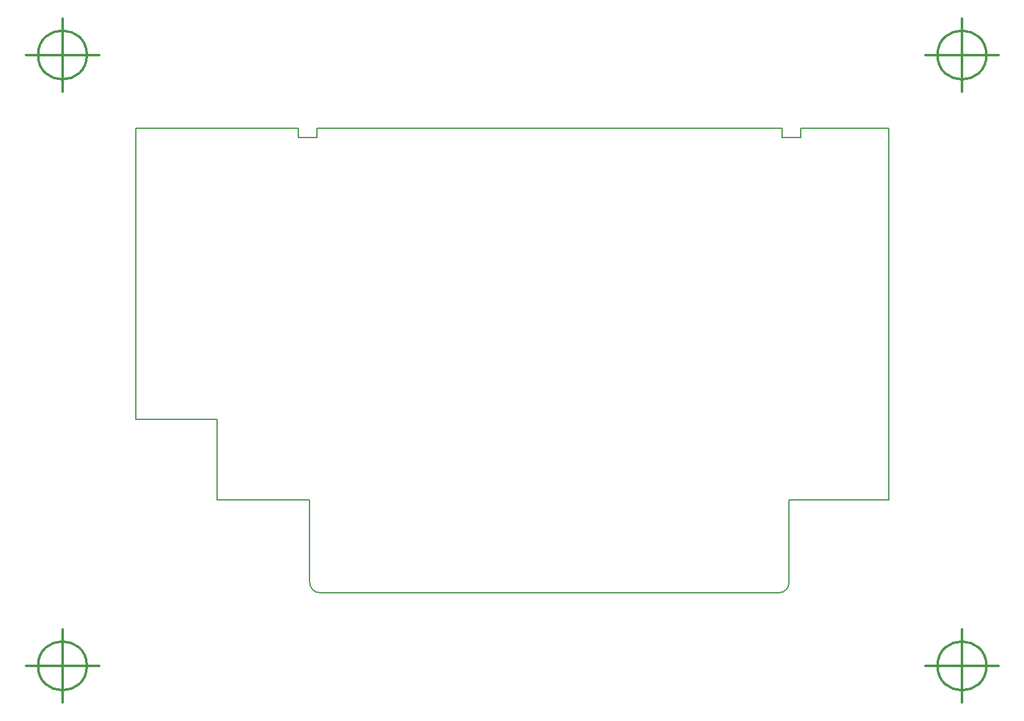
<source format=gbr>
G04 (created by PCBNEW (2013-09-28 BZR 4356)-product) date 12/11/2013 13:19:40*
%MOIN*%
G04 Gerber Fmt 3.4, Leading zero omitted, Abs format*
%FSLAX34Y34*%
G01*
G70*
G90*
G04 APERTURE LIST*
%ADD10C,0.005906*%
%ADD11C,0.014961*%
G04 APERTURE END LIST*
G54D10*
G54D11*
X45721Y-28936D02*
G75*
G03X45721Y-28936I-1312J0D01*
G74*
G01*
X42440Y-28936D02*
X46377Y-28936D01*
X44409Y-26967D02*
X44409Y-30904D01*
X45721Y3937D02*
G75*
G03X45721Y3937I-1312J0D01*
G74*
G01*
X42440Y3937D02*
X46377Y3937D01*
X44409Y5905D02*
X44409Y1968D01*
X-2623Y3939D02*
G75*
G03X-2623Y3939I-1312J0D01*
G74*
G01*
X-5904Y3939D02*
X-1967Y3939D01*
X-3935Y5907D02*
X-3935Y1970D01*
X-2624Y-28935D02*
G75*
G03X-2624Y-28935I-1312J0D01*
G74*
G01*
X-5905Y-28935D02*
X-1968Y-28935D01*
X-3936Y-26966D02*
X-3936Y-30903D01*
G54D10*
X8736Y0D02*
X0Y0D01*
X35736Y0D02*
X40472Y0D01*
X9736Y0D02*
X34736Y0D01*
X9736Y-500D02*
X9736Y0D01*
X8736Y-500D02*
X9736Y-500D01*
X8736Y0D02*
X8736Y-500D01*
X35736Y-500D02*
X35736Y0D01*
X34736Y-500D02*
X35736Y-500D01*
X34736Y0D02*
X34736Y-500D01*
X4372Y-15669D02*
X0Y-15669D01*
X4372Y-15669D02*
X4372Y-20000D01*
X9354Y-20000D02*
X4372Y-20000D01*
X35118Y-20000D02*
X40472Y-20000D01*
X35118Y-20000D02*
X35118Y-24452D01*
X9354Y-20000D02*
X9354Y-24452D01*
X9354Y-24452D02*
G75*
G03X9901Y-25000I547J0D01*
G74*
G01*
X35118Y-24452D02*
G75*
G02X34570Y-25000I-547J0D01*
G74*
G01*
X0Y0D02*
X0Y-15669D01*
X40472Y0D02*
X40472Y-20000D01*
X9901Y-25000D02*
X34570Y-25000D01*
M02*

</source>
